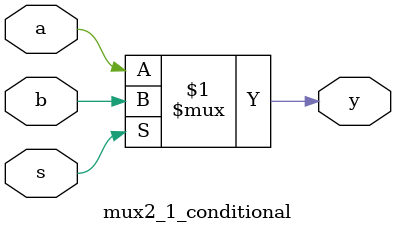
<source format=v>
`timescale 1ns / 1ps


module mux2_1_conditional(input a,b,s,output y);
assign y=s?b:a;
endmodule

</source>
